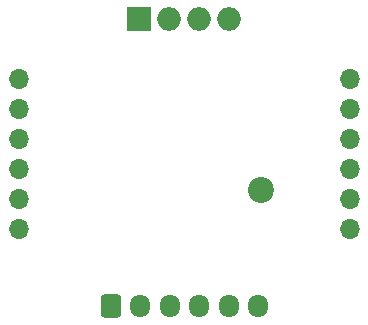
<source format=gbs>
G04 #@! TF.GenerationSoftware,KiCad,Pcbnew,7.0.1*
G04 #@! TF.CreationDate,2023-07-14T19:01:49+02:00*
G04 #@! TF.ProjectId,spectrophotometer_interface,73706563-7472-46f7-9068-6f746f6d6574,rev?*
G04 #@! TF.SameCoordinates,Original*
G04 #@! TF.FileFunction,Soldermask,Bot*
G04 #@! TF.FilePolarity,Negative*
%FSLAX46Y46*%
G04 Gerber Fmt 4.6, Leading zero omitted, Abs format (unit mm)*
G04 Created by KiCad (PCBNEW 7.0.1) date 2023-07-14 19:01:49*
%MOMM*%
%LPD*%
G01*
G04 APERTURE LIST*
G04 Aperture macros list*
%AMRoundRect*
0 Rectangle with rounded corners*
0 $1 Rounding radius*
0 $2 $3 $4 $5 $6 $7 $8 $9 X,Y pos of 4 corners*
0 Add a 4 corners polygon primitive as box body*
4,1,4,$2,$3,$4,$5,$6,$7,$8,$9,$2,$3,0*
0 Add four circle primitives for the rounded corners*
1,1,$1+$1,$2,$3*
1,1,$1+$1,$4,$5*
1,1,$1+$1,$6,$7*
1,1,$1+$1,$8,$9*
0 Add four rect primitives between the rounded corners*
20,1,$1+$1,$2,$3,$4,$5,0*
20,1,$1+$1,$4,$5,$6,$7,0*
20,1,$1+$1,$6,$7,$8,$9,0*
20,1,$1+$1,$8,$9,$2,$3,0*%
G04 Aperture macros list end*
%ADD10O,2.000000X2.000000*%
%ADD11O,1.700000X1.700000*%
%ADD12R,2.000000X2.000000*%
%ADD13C,2.200000*%
%ADD14O,1.700000X1.950000*%
%ADD15RoundRect,0.250000X-0.600000X-0.725000X0.600000X-0.725000X0.600000X0.725000X-0.600000X0.725000X0*%
G04 APERTURE END LIST*
D10*
X106235000Y-46943205D03*
X103695000Y-46943205D03*
D11*
X116425000Y-52023205D03*
X116425000Y-54563205D03*
X116425000Y-57103205D03*
X116425000Y-59643205D03*
X116425000Y-62183205D03*
X116425000Y-64723205D03*
X88425000Y-64723205D03*
X88425000Y-62183205D03*
X88425000Y-59643205D03*
X88425000Y-57103205D03*
X88425000Y-54563205D03*
X88425000Y-52023205D03*
D10*
X101155000Y-46943205D03*
D12*
X98615000Y-46943205D03*
D13*
X108925000Y-61405705D03*
D14*
X108694840Y-71200000D03*
X106194840Y-71200000D03*
X103694840Y-71200000D03*
X101194840Y-71200000D03*
X98694840Y-71200000D03*
D15*
X96194840Y-71200000D03*
M02*

</source>
